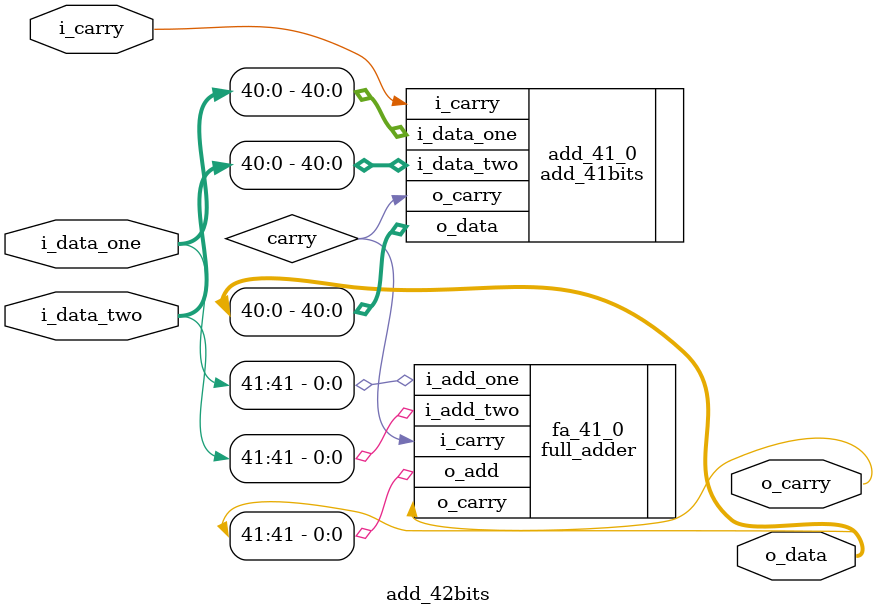
<source format=sv>
module add_42bits(
  input logic  [41:0] i_data_one,
  input logic  [41:0] i_data_two,
  input logic         i_carry,
  
  output logic [41:0] o_data,
  output logic        o_carry
);

  logic carry;

  add_41bits add_41_0(
    .i_data_one (i_data_one[40:0]),
    .i_data_two (i_data_two[40:0]),
    .i_carry    (i_carry),
    .o_data     (o_data[40:0]),
    .o_carry    (carry)
  );
  
  full_adder fa_41_0(
    .i_add_one (i_data_one[41]),
    .i_add_two (i_data_two[41]),
    .i_carry   (carry),
    .o_add     (o_data[41]),
    .o_carry   (o_carry)
  );

endmodule
</source>
